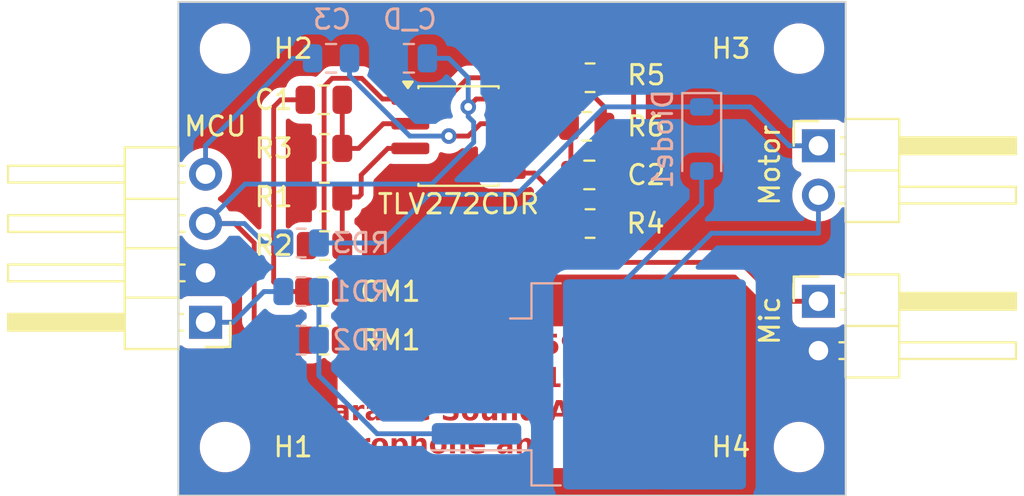
<source format=kicad_pcb>
(kicad_pcb (version 20241229) (generator "pcbnew") (generator_version "9.0")
  (layers (0 "F.Cu" signal) (2 "B.Cu" signal) (13 "F.Paste" user) (15 "B.Paste" user) (5 "F.SilkS" user "F.Silkscreen") (7 "B.SilkS" user "B.Silkscreen") (1 "F.Mask" user) (3 "B.Mask" user) (25 "Edge.Cuts" user))
  (net 0 "")
  (net 1 "Net-(C1-Pad1)")
  (net 2 "GND")
  (net 3 "Net-(C3-Pad1)")
  (net 4 "/Amp_out")
  (net 5 "Net-(Q1-G)")
  (net 6 "Net-(R2-Pad1)")
  (net 7 "/MotorPWMinput")
  (net 8 "Net-(U2A--)")
  (net 9 "Net-(U2B--)")
  (net 10 "Net-(U2A-+)")
  (net 11 "Net-(U2B-+)")
  (net 12 "/Mic_pwr")
  (net 13 "/Motor_pwr")
  (net 14 "/Motor_drain")
  (net 15 "VCC")
  (footprint "Resistor_SMD:R_0805_2012Metric" (layer "F.Cu") (at 129.1125 94.635 180)
    (property "Reference" "R1" (at 2.6125 0 0) (layer "F.SilkS"))
    (property "Value" "2.2k" (hide yes))
    (fp_line (start -0.227064 0.735) (end 0.227064 0.735) (stroke (width 0.12)) (layer "F.SilkS"))
    (fp_line (start -0.227064 -0.735) (end 0.227064 -0.735) (stroke (width 0.12)) (layer "F.SilkS"))
    (pad "1" smd roundrect (at -0.9125 0 180) (size 1.025 1.4) (layers "F.Cu" "F.Mask" "F.Paste") (roundrect_rratio 0.243902) (net 10 "Net-(U2A-+)"))
    (pad "2" smd roundrect (at 0.9125 0 180) (size 1.025 1.4) (layers "F.Cu" "F.Mask" "F.Paste") (roundrect_rratio 0.243902) (net 2 "GND"))
  )
  (footprint "Connector_PinHeader_2.54mm:PinHeader_1x04_P2.54mm_Horizontal" (layer "F.Cu") (at 123 101.08 180)
    (property "Reference" "MCU" (at -0.5 10.08 0) (layer "F.SilkS"))
    (property "Value" "Conn_01x04_Pin" (hide yes))
    (fp_line (start 10.15 8.05) (end 4.15 8.05) (stroke (width 0.12)) (layer "F.SilkS"))
    (fp_line (start 10.15 7.19) (end 10.15 8.05) (stroke (width 0.12)) (layer "F.SilkS"))
    (fp_line (start 10.15 5.51) (end 4.15 5.51) (stroke (width 0.12)) (layer "F.SilkS"))
    (fp_line (start 10.15 4.65) (end 10.15 5.51) (stroke (width 0.12)) (layer "F.SilkS"))
    (fp_line (start 10.15 2.97) (end 4.15 2.97) (stroke (width 0.12)) (layer "F.SilkS"))
    (fp_line (start 10.15 2.11) (end 10.15 2.97) (stroke (width 0.12)) (layer "F.SilkS"))
    (fp_line (start 4.15 7.19) (end 10.15 7.19) (stroke (width 0.12)) (layer "F.SilkS"))
    (fp_line (start 4.15 4.65) (end 10.15 4.65) (stroke (width 0.12)) (layer "F.SilkS"))
    (fp_line (start 4.15 2.11) (end 10.15 2.11) (stroke (width 0.12)) (layer "F.SilkS"))
    (fp_line (start 1.39 6.35) (end 4.15 6.35) (stroke (width 0.12)) (layer "F.SilkS"))
    (fp_line (start 1.39 3.81) (end 4.15 3.81) (stroke (width 0.12)) (layer "F.SilkS"))
    (fp_line (start 1.39 1.27) (end 4.15 1.27) (stroke (width 0.12)) (layer "F.SilkS"))
    (fp_line (start 1.16 0.43) (end 1.39 0.43) (stroke (width 0.12)) (layer "F.SilkS"))
    (fp_line (start 1.16 -0.43) (end 1.39 -0.43) (stroke (width 0.12)) (layer "F.SilkS"))
    (fp_line (start 1.077358 8.05) (end 1.39 8.05) (stroke (width 0.12)) (layer "F.SilkS"))
    (fp_line (start 1.077358 7.19) (end 1.39 7.19) (stroke (width 0.12)) (layer "F.SilkS"))
    (fp_line (start 1.077358 5.51) (end 1.39 5.51) (stroke (width 0.12)) (layer "F.SilkS"))
    (fp_line (start 1.077358 4.65) (end 1.39 4.65) (stroke (width 0.12)) (layer "F.SilkS"))
    (fp_line (start 1.077358 2.97) (end 1.39 2.97) (stroke (width 0.12)) (layer "F.SilkS"))
    (fp_line (start 1.077358 2.11) (end 1.39 2.11) (stroke (width 0.12)) (layer "F.SilkS"))
    (fp_line (start -1.27 0) (end -1.27 -1.27) (stroke (width 0.12)) (layer "F.SilkS"))
    (fp_line (start -1.27 -1.27) (end 0 -1.27) (stroke (width 0.12)) (layer "F.SilkS"))
    (fp_rect (start 4.15 -0.43) (end 10.15 0.43) (stroke (width 0.12)) (fill yes) (layer "F.SilkS"))
    (fp_rect (start 1.39 -1.38) (end 4.15 9) (stroke (width 0.12)) (fill no) (layer "F.SilkS"))
    (pad "1" thru_hole rect (at 0 0 180) (size 1.7 1.7) (drill 1) (layers "*.Cu" "*.Mask") (net 7 "/MotorPWMinput"))
    (pad "2" thru_hole circle (at 0 2.54 180) (size 1.7 1.7) (drill 1) (layers "*.Cu" "*.Mask") (net 2 "GND"))
    (pad "3" thru_hole circle (at 0 5.08 180) (size 1.7 1.7) (drill 1) (layers "*.Cu" "*.Mask") (net 15 "VCC"))
    (pad "4" thru_hole circle (at 0 7.62 180) (size 1.7 1.7) (drill 1) (layers "*.Cu" "*.Mask") (net 4 "/Amp_out"))
  )
  (footprint "MountingHole:MountingHole_2.1mm" (layer "F.Cu") (at 153.5 107.5)
    (property "Reference" "H4" (at -3.5 0 0) (layer "F.SilkS"))
    (property "Value" "MountingHole" (hide yes))
    (pad "" np_thru_hole circle (at 0 0) (size 2.1 2.1) (drill 2.1) (layers "*.Cu" "*.Mask"))
  )
  (footprint "Capacitor_SMD:C_0805_2012Metric" (layer "F.Cu") (at 129.075 89.635)
    (property "Reference" "C1" (at -2.575 0 0) (layer "F.SilkS"))
    (property "Value" "4.7u" (hide yes))
    (fp_line (start -0.261252 -0.735) (end 0.261252 -0.735) (stroke (width 0.12)) (layer "F.SilkS"))
    (fp_line (start -0.261252 0.735) (end 0.261252 0.735) (stroke (width 0.12)) (layer "F.SilkS"))
    (pad "1" smd roundrect (at -0.95 0) (size 1 1.45) (layers "F.Cu" "F.Mask" "F.Paste") (net 1 "Net-(C1-Pad1)"))
    (pad "2" smd roundrect (at 0.95 0) (size 1 1.45) (layers "F.Cu" "F.Mask" "F.Paste") (net 8 "Net-(U2A--)"))
  )
  (footprint "Resistor_SMD:R_0805_2012Metric" (layer "F.Cu") (at 129.0875 102)
    (property "Reference" "RM1" (at 3.4125 0 0) (layer "F.SilkS"))
    (property "Value" "2.2k" (hide yes))
    (fp_line (start -0.227064 -0.735) (end 0.227064 -0.735) (stroke (width 0.12)) (layer "F.SilkS"))
    (fp_line (start -0.227064 0.735) (end 0.227064 0.735) (stroke (width 0.12)) (layer "F.SilkS"))
    (pad "1" smd roundrect (at -0.9125 0) (size 1.025 1.4) (layers "F.Cu" "F.Mask" "F.Paste") (roundrect_rratio 0.243902) (net 15 "VCC"))
    (pad "2" smd roundrect (at 0.9125 0) (size 1.025 1.4) (layers "F.Cu" "F.Mask" "F.Paste") (roundrect_rratio 0.243902) (net 12 "/Mic_pwr"))
  )
  (footprint "MountingHole:MountingHole_2.1mm" (layer "F.Cu") (at 153.5 87)
    (property "Reference" "H3" (at -3.5 0 0) (layer "F.SilkS"))
    (property "Value" "MountingHole" (hide yes))
    (pad "" np_thru_hole circle (at 0 0) (size 2.1 2.1) (drill 2.1) (layers "*.Cu" "*.Mask"))
  )
  (footprint "Resistor_SMD:R_0805_2012Metric" (layer "F.Cu") (at 142.7625 96)
    (property "Reference" "R4" (at 2.85 0 0) (layer "F.SilkS"))
    (property "Value" "390" (hide yes))
    (fp_line (start -0.227064 -0.735) (end 0.227064 -0.735) (stroke (width 0.12)) (layer "F.SilkS"))
    (fp_line (start -0.227064 0.735) (end 0.227064 0.735) (stroke (width 0.12)) (layer "F.SilkS"))
    (pad "1" smd roundrect (at -0.9125 0) (size 1.025 1.4) (layers "F.Cu" "F.Mask" "F.Paste") (roundrect_rratio 0.243902) (net 11 "Net-(U2B-+)"))
    (pad "2" smd roundrect (at 0.9125 0) (size 1.025 1.4) (layers "F.Cu" "F.Mask" "F.Paste") (roundrect_rratio 0.243902) (net 2 "GND"))
  )
  (footprint "Capacitor_SMD:C_0805_2012Metric" (layer "F.Cu") (at 129.05 99.5)
    (property "Reference" "CM1" (at 3.45 0 0) (layer "F.SilkS"))
    (property "Value" "C_Small" (hide yes))
    (fp_line (start -0.261252 -0.735) (end 0.261252 -0.735) (stroke (width 0.12)) (layer "F.SilkS"))
    (fp_line (start -0.261252 0.735) (end 0.261252 0.735) (stroke (width 0.12)) (layer "F.SilkS"))
    (pad "1" smd roundrect (at -0.95 0) (size 1 1.45) (layers "F.Cu" "F.Mask" "F.Paste") (net 1 "Net-(C1-Pad1)"))
    (pad "2" smd roundrect (at 0.95 0) (size 1 1.45) (layers "F.Cu" "F.Mask" "F.Paste") (net 12 "/Mic_pwr"))
  )
  (footprint "Resistor_SMD:R_0805_2012Metric" (layer "F.Cu") (at 142.5875 91)
    (property "Reference" "R6" (at 3.0625 0 0) (layer "F.SilkS"))
    (property "Value" "390" (hide yes))
    (fp_line (start -0.227064 -0.735) (end 0.227064 -0.735) (stroke (width 0.12)) (layer "F.SilkS"))
    (fp_line (start -0.227064 0.735) (end 0.227064 0.735) (stroke (width 0.12)) (layer "F.SilkS"))
    (pad "1" smd roundrect (at -0.9125 0) (size 1.025 1.4) (layers "F.Cu" "F.Mask" "F.Paste") (roundrect_rratio 0.243902) (net 9 "Net-(U2B--)"))
    (pad "2" smd roundrect (at 0.9125 0) (size 1.025 1.4) (layers "F.Cu" "F.Mask" "F.Paste") (roundrect_rratio 0.243902) (net 6 "Net-(R2-Pad1)"))
  )
  (footprint "MountingHole:MountingHole_2.1mm" (layer "F.Cu") (at 124 87)
    (property "Reference" "H2" (at 3.5 0 0) (layer "F.SilkS"))
    (property "Value" "MountingHole" (hide yes))
    (pad "" np_thru_hole circle (at 0 0) (size 2.1 2.1) (drill 2.1) (layers "*.Cu" "*.Mask"))
  )
  (footprint "Package_SO:SOIC-8_3.9x4.9mm_P1.27mm" (layer "F.Cu") (at 136 91.5)
    (property "Reference" "U2" (hide yes))
    (property "Value" "TLV272CDR" (at 0 3.5 0) (layer "F.SilkS"))
    (fp_line (start -2.06 -2.56) (end 2.06 -2.56) (stroke (width 0.12)) (layer "F.SilkS"))
    (fp_line (start -2.06 -2.465) (end -2.06 -2.56) (stroke (width 0.12)) (layer "F.SilkS"))
    (fp_line (start -2.06 2.56) (end -2.06 2.465) (stroke (width 0.12)) (layer "F.SilkS"))
    (fp_line (start 2.06 -2.56) (end 2.06 -2.465) (stroke (width 0.12)) (layer "F.SilkS"))
    (fp_line (start 2.06 2.465) (end 2.06 2.56) (stroke (width 0.12)) (layer "F.SilkS"))
    (fp_line (start 2.06 2.56) (end -2.06 2.56) (stroke (width 0.12)) (layer "F.SilkS"))
    (fp_poly (pts (xy -2.6 -2.47) (xy -2.84 -2.8) (xy -2.36 -2.8)) (stroke (width 0.12)) (fill yes) (layer "F.SilkS"))
    (pad "1" smd roundrect (at -2.475 -1.905) (size 1.95 0.6) (layers "F.Cu" "F.Mask" "F.Paste") (net 6 "Net-(R2-Pad1)"))
    (pad "2" smd roundrect (at -2.475 -0.635) (size 1.95 0.6) (layers "F.Cu" "F.Mask" "F.Paste") (net 8 "Net-(U2A--)"))
    (pad "3" smd roundrect (at -2.475 0.635) (size 1.95 0.6) (layers "F.Cu" "F.Mask" "F.Paste") (net 10 "Net-(U2A-+)"))
    (pad "4" smd roundrect (at -2.475 1.905) (size 1.95 0.6) (layers "F.Cu" "F.Mask" "F.Paste") (net 2 "GND"))
    (pad "5" smd roundrect (at 2.475 1.905) (size 1.95 0.6) (layers "F.Cu" "F.Mask" "F.Paste") (net 11 "Net-(U2B-+)"))
    (pad "6" smd roundrect (at 2.475 0.635) (size 1.95 0.6) (layers "F.Cu" "F.Mask" "F.Paste") (net 9 "Net-(U2B--)"))
    (pad "7" smd roundrect (at 2.475 -0.635) (size 1.95 0.6) (layers "F.Cu" "F.Mask" "F.Paste") (net 3 "Net-(C3-Pad1)"))
    (pad "8" smd roundrect (at 2.475 -1.905) (size 1.95 0.6) (layers "F.Cu" "F.Mask" "F.Paste") (net 15 "VCC"))
  )
  (footprint "Resistor_SMD:R_0805_2012Metric" (layer "F.Cu") (at 129.1125 97.135)
    (property "Reference" "R2" (at -2.6125 0 0) (layer "F.SilkS"))
    (property "Value" "3.3k" (hide yes))
    (fp_line (start -0.227064 -0.735) (end 0.227064 -0.735) (stroke (width 0.12)) (layer "F.SilkS"))
    (fp_line (start -0.227064 0.735) (end 0.227064 0.735) (stroke (width 0.12)) (layer "F.SilkS"))
    (pad "1" smd roundrect (at -0.9125 0) (size 1.025 1.4) (layers "F.Cu" "F.Mask" "F.Paste") (roundrect_rratio 0.243902) (net 6 "Net-(R2-Pad1)"))
    (pad "2" smd roundrect (at 0.9125 0) (size 1.025 1.4) (layers "F.Cu" "F.Mask" "F.Paste") (roundrect_rratio 0.243902) (net 10 "Net-(U2A-+)"))
  )
  (footprint "Resistor_SMD:R_0805_2012Metric" (layer "F.Cu") (at 142.7625 88.5)
    (property "Reference" "R5" (at 2.8875 -0.135 0) (layer "F.SilkS"))
    (property "Value" "4.7k" (hide yes))
    (fp_line (start -0.227064 -0.735) (end 0.227064 -0.735) (stroke (width 0.12)) (layer "F.SilkS"))
    (fp_line (start -0.227064 0.735) (end 0.227064 0.735) (stroke (width 0.12)) (layer "F.SilkS"))
    (pad "1" smd roundrect (at -0.9125 0) (size 1.025 1.4) (layers "F.Cu" "F.Mask" "F.Paste") (roundrect_rratio 0.243902) (net 3 "Net-(C3-Pad1)"))
    (pad "2" smd roundrect (at 0.9125 0) (size 1.025 1.4) (layers "F.Cu" "F.Mask" "F.Paste") (roundrect_rratio 0.243902) (net 11 "Net-(U2B-+)"))
  )
  (footprint "MountingHole:MountingHole_2.1mm" (layer "F.Cu") (at 124 107.5)
    (property "Reference" "H1" (at 3.5 0 0) (layer "F.SilkS"))
    (property "Value" "MountingHole" (hide yes))
    (pad "" np_thru_hole circle (at 0 0) (size 2.1 2.1) (drill 2.1) (layers "*.Cu" "*.Mask"))
  )
  (footprint "Connector_PinHeader_2.54mm:PinHeader_1x02_P2.54mm_Horizontal" (layer "F.Cu") (at 154.5 100)
    (property "Reference" "Mic" (at -2.5 1 270) (layer "F.SilkS"))
    (property "Value" "Conn_01x02_Pin" (hide yes))
    (fp_line (start -1.27 -1.27) (end 0 -1.27) (stroke (width 0.12)) (layer "F.SilkS"))
    (fp_line (start -1.27 0) (end -1.27 -1.27) (stroke (width 0.12)) (layer "F.SilkS"))
    (fp_line (start 1.077358 2.11) (end 1.39 2.11) (stroke (width 0.12)) (layer "F.SilkS"))
    (fp_line (start 1.077358 2.97) (end 1.39 2.97) (stroke (width 0.12)) (layer "F.SilkS"))
    (fp_line (start 1.16 -0.43) (end 1.39 -0.43) (stroke (width 0.12)) (layer "F.SilkS"))
    (fp_line (start 1.16 0.43) (end 1.39 0.43) (stroke (width 0.12)) (layer "F.SilkS"))
    (fp_line (start 1.39 1.27) (end 4.15 1.27) (stroke (width 0.12)) (layer "F.SilkS"))
    (fp_line (start 4.15 2.11) (end 10.15 2.11) (stroke (width 0.12)) (layer "F.SilkS"))
    (fp_line (start 10.15 2.11) (end 10.15 2.97) (stroke (width 0.12)) (layer "F.SilkS"))
    (fp_line (start 10.15 2.97) (end 4.15 2.97) (stroke (width 0.12)) (layer "F.SilkS"))
    (fp_rect (start 1.39 -1.38) (end 4.15 3.92) (stroke (width 0.12)) (fill no) (layer "F.SilkS"))
    (fp_rect (start 4.15 -0.43) (end 10.15 0.43) (stroke (width 0.12)) (fill yes) (layer "F.SilkS"))
    (pad "1" thru_hole rect (at 0 0) (size 1.7 1.7) (drill 1) (layers "*.Cu" "*.Mask") (net 12 "/Mic_pwr"))
    (pad "2" thru_hole circle (at 0 2.54) (size 1.7 1.7) (drill 1) (layers "*.Cu" "*.Mask") (net 2 "GND"))
  )
  (footprint "Resistor_SMD:R_0805_2012Metric" (layer "F.Cu") (at 129.1125 92.135 180)
    (property "Reference" "R3" (at 2.6125 0 0) (layer "F.SilkS"))
    (property "Value" "330" (hide yes))
    (fp_line (start -0.227064 0.735) (end 0.227064 0.735) (stroke (width 0.12)) (layer "F.SilkS"))
    (fp_line (start -0.227064 -0.735) (end 0.227064 -0.735) (stroke (width 0.12)) (layer "F.SilkS"))
    (pad "1" smd roundrect (at -0.9125 0 180) (size 1.025 1.4) (layers "F.Cu" "F.Mask" "F.Paste") (roundrect_rratio 0.243902) (net 8 "Net-(U2A--)"))
    (pad "2" smd roundrect (at 0.9125 0 180) (size 1.025 1.4) (layers "F.Cu" "F.Mask" "F.Paste") (roundrect_rratio 0.243902) (net 2 "GND"))
  )
  (footprint "Connector_PinHeader_2.54mm:PinHeader_1x02_P2.54mm_Horizontal" (layer "F.Cu") (at 154.5 92)
    (property "Reference" "Motor" (at -2.5 1 90) (layer "F.SilkS"))
    (property "Value" "Conn_01x02_Pin" (hide yes))
    (fp_line (start -1.27 -1.27) (end 0 -1.27) (stroke (width 0.12)) (layer "F.SilkS"))
    (fp_line (start -1.27 0) (end -1.27 -1.27) (stroke (width 0.12)) (layer "F.SilkS"))
    (fp_line (start 1.077358 2.11) (end 1.39 2.11) (stroke (width 0.12)) (layer "F.SilkS"))
    (fp_line (start 1.077358 2.97) (end 1.39 2.97) (stroke (width 0.12)) (layer "F.SilkS"))
    (fp_line (start 1.16 -0.43) (end 1.39 -0.43) (stroke (width 0.12)) (layer "F.SilkS"))
    (fp_line (start 1.16 0.43) (end 1.39 0.43) (stroke (width 0.12)) (layer "F.SilkS"))
    (fp_line (start 1.39 1.27) (end 4.15 1.27) (stroke (width 0.12)) (layer "F.SilkS"))
    (fp_line (start 4.15 2.11) (end 10.15 2.11) (stroke (width 0.12)) (layer "F.SilkS"))
    (fp_line (start 10.15 2.11) (end 10.15 2.97) (stroke (width 0.12)) (layer "F.SilkS"))
    (fp_line (start 10.15 2.97) (end 4.15 2.97) (stroke (width 0.12)) (layer "F.SilkS"))
    (fp_rect (start 1.39 -1.38) (end 4.15 3.92) (stroke (width 0.12)) (fill no) (layer "F.SilkS"))
    (fp_rect (start 4.15 -0.43) (end 10.15 0.43) (stroke (width 0.12)) (fill yes) (layer "F.SilkS"))
    (pad "1" thru_hole rect (at 0 0) (size 1.7 1.7) (drill 1) (layers "*.Cu" "*.Mask") (net 13 "/Motor_pwr"))
    (pad "2" thru_hole circle (at 0 2.54) (size 1.7 1.7) (drill 1) (layers "*.Cu" "*.Mask") (net 14 "/Motor_drain"))
  )
  (footprint "Capacitor_SMD:C_0805_2012Metric" (layer "F.Cu") (at 142.725 93.5 180)
    (property "Reference" "C2" (at -2.925 0 0) (layer "F.SilkS"))
    (property "Value" "0.1u" (hide yes))
    (fp_line (start -0.261252 0.735) (end 0.261252 0.735) (stroke (width 0.12)) (layer "F.SilkS"))
    (fp_line (start -0.261252 -0.735) (end 0.261252 -0.735) (stroke (width 0.12)) (layer "F.SilkS"))
    (pad "1" smd roundrect (at -0.95 0 180) (size 1 1.45) (layers "F.Cu" "F.Mask" "F.Paste") (net 2 "GND"))
    (pad "2" smd roundrect (at 0.95 0 180) (size 1 1.45) (layers "F.Cu" "F.Mask" "F.Paste") (net 9 "Net-(U2B--)"))
  )
  (footprint "Resistor_SMD:R_0805_2012Metric" (layer "B.Cu") (at 127.9125 102 180)
    (property "Reference" "RD2" (at -3.0875 0 0) (layer "B.SilkS") (effects (justify mirror)))
    (property "Value" "10k" (hide yes))
    (fp_line (start -0.227064 0.735) (end 0.227064 0.735) (stroke (width 0.12)) (layer "B.SilkS"))
    (fp_line (start -0.227064 -0.735) (end 0.227064 -0.735) (stroke (width 0.12)) (layer "B.SilkS"))
    (pad "1" smd roundrect (at -0.9125 0 180) (size 1.025 1.4) (layers "B.Cu" "B.Mask" "B.Paste") (roundrect_rratio 0.243902) (net 5 "Net-(Q1-G)"))
    (pad "2" smd roundrect (at 0.9125 0 180) (size 1.025 1.4) (layers "B.Cu" "B.Mask" "B.Paste") (roundrect_rratio 0.243902) (net 2 "GND"))
  )
  (footprint "Diode_SMD:D_SOD-123" (layer "B.Cu") (at 148.5 91.65 -90)
    (property "Reference" "Diode1" (at 0 2 90) (layer "B.SilkS") (effects (justify mirror)))
    (property "Value" "1N5819")
    (fp_line (start -2.36 1) (end 1.65 1) (stroke (width 0.12)) (layer "B.SilkS"))
    (fp_line (start -2.36 1) (end -2.36 -1) (stroke (width 0.12)) (layer "B.SilkS"))
    (fp_line (start -2.36 -1) (end 1.65 -1) (stroke (width 0.12)) (layer "B.SilkS"))
    (pad "1" smd roundrect (at -1.65 0 270) (size 0.9 1.2) (layers "B.Cu" "B.Mask" "B.Paste") (net 13 "/Motor_pwr"))
    (pad "2" smd roundrect (at 1.65 0 270) (size 0.9 1.2) (layers "B.Cu" "B.Mask" "B.Paste") (net 14 "/Motor_drain"))
  )
  (footprint "Capacitor_SMD:C_0805_2012Metric" (layer "B.Cu") (at 133.45 87.5)
    (property "Reference" "C_D" (at 0.05 -2 0) (layer "B.SilkS") (effects (justify mirror)))
    (property "Value" "C_Small" (hide yes))
    (fp_line (start -0.261252 -0.735) (end 0.261252 -0.735) (stroke (width 0.12)) (layer "B.SilkS"))
    (fp_line (start -0.261252 0.735) (end 0.261252 0.735) (stroke (width 0.12)) (layer "B.SilkS"))
    (pad "1" smd roundrect (at -0.95 0) (size 1 1.45) (layers "B.Cu" "B.Mask" "B.Paste") (net 2 "GND"))
    (pad "2" smd roundrect (at 0.95 0) (size 1 1.45) (layers "B.Cu" "B.Mask" "B.Paste") (net 15 "VCC"))
  )
  (footprint "Package_TO_SOT_SMD:TO-263-2" (layer "B.Cu") (at 144.575 104.275)
    (property "Reference" "Q1" (hide yes))
    (property "Value" "IRLZ34N")
    (fp_line (start -4.825 -5.2) (end -4.825 -3.39) (stroke (width 0.12)) (layer "B.SilkS"))
    (fp_line (start -4.825 -3.39) (end -5.925 -3.39) (stroke (width 0.12)) (layer "B.SilkS"))
    (fp_line (start -4.825 3.39) (end -9.95 3.39) (stroke (width 0.12)) (layer "B.SilkS"))
    (fp_line (start -4.825 5.2) (end -4.825 3.39) (stroke (width 0.12)) (layer "B.SilkS"))
    (fp_line (start -3.325 -5.2) (end -4.825 -5.2) (stroke (width 0.12)) (layer "B.SilkS"))
    (fp_line (start -3.325 5.2) (end -4.825 5.2) (stroke (width 0.12)) (layer "B.SilkS"))
    (pad "1" smd roundrect (at -7.65 2.54) (size 4.6 1.1) (layers "B.Cu" "B.Mask" "B.Paste") (roundrect_rratio 0.227273) (net 5 "Net-(Q1-G)"))
    (pad "2" smd roundrect (at -0.925 -2.775) (size 4.55 5.25) (layers "B.Cu" "B.Paste") (roundrect_rratio 0.054945) (net 14 "/Motor_drain"))
    (pad "2" smd roundrect (at -0.925 2.775) (size 4.55 5.25) (layers "B.Cu" "B.Paste") (roundrect_rratio 0.054945) (net 14 "/Motor_drain"))
    (pad "2" smd roundrect (at 1.5 0) (size 9.4 10.8) (layers "B.Cu" "B.Mask") (roundrect_rratio 0.026596) (net 14 "/Motor_drain"))
    (pad "2" smd roundrect (at 3.925 -2.775) (size 4.55 5.25) (layers "B.Cu" "B.Paste") (roundrect_rratio 0.054945) (net 14 "/Motor_drain"))
    (pad "2" smd roundrect (at 3.925 2.775) (size 4.55 5.25) (layers "B.Cu" "B.Paste") (roundrect_rratio 0.054945) (net 14 "/Motor_drain"))
    (pad "3" smd roundrect (at -7.65 -2.54) (size 4.6 1.1) (layers "B.Cu" "B.Mask" "B.Paste") (roundrect_rratio 0.227273) (net 2 "GND"))
  )
  (footprint "Capacitor_SMD:C_0805_2012Metric" (layer "B.Cu") (at 129.45 87.5 180)
    (property "Reference" "C3" (at -0.05 2 0) (layer "B.SilkS") (effects (justify mirror)))
    (property "Value" "0.01u" (hide yes))
    (fp_line (start -0.261252 0.735) (end 0.261252 0.735) (stroke (width 0.12)) (layer "B.SilkS"))
    (fp_line (start -0.261252 -0.735) (end 0.261252 -0.735) (stroke (width 0.12)) (layer "B.SilkS"))
    (pad "1" smd roundrect (at -0.95 0 180) (size 1 1.45) (layers "B.Cu" "B.Mask" "B.Paste") (net 3 "Net-(C3-Pad1)"))
    (pad "2" smd roundrect (at 0.95 0 180) (size 1 1.45) (layers "B.Cu" "B.Mask" "B.Paste") (net 4 "/Amp_out"))
  )
  (footprint "Resistor_SMD:R_0805_2012Metric" (layer "B.Cu") (at 127.9125 97 180)
    (property "Reference" "RD3" (at -3.0875 0 0) (layer "B.SilkS") (effects (justify mirror)))
    (property "Value" "10" (hide yes))
    (fp_line (start -0.227064 0.735) (end 0.227064 0.735) (stroke (width 0.12)) (layer "B.SilkS"))
    (fp_line (start -0.227064 -0.735) (end 0.227064 -0.735) (stroke (width 0.12)) (layer "B.SilkS"))
    (pad "1" smd roundrect (at -0.9125 0 180) (size 1.025 1.4) (layers "B.Cu" "B.Mask" "B.Paste") (roundrect_rratio 0.243902) (net 13 "/Motor_pwr"))
    (pad "2" smd roundrect (at 0.9125 0 180) (size 1.025 1.4) (layers "B.Cu" "B.Mask" "B.Paste") (roundrect_rratio 0.243902) (net 15 "VCC"))
  )
  (footprint "Resistor_SMD:R_0805_2012Metric" (layer "B.Cu") (at 127.9125 99.5)
    (property "Reference" "RD1" (at 3.0875 0 0) (layer "B.SilkS") (effects (justify mirror)))
    (property "Value" "1k")
    (fp_line (start -0.227064 -0.735) (end 0.227064 -0.735) (stroke (width 0.12)) (layer "B.SilkS"))
    (fp_line (start -0.227064 0.735) (end 0.227064 0.735) (stroke (width 0.12)) (layer "B.SilkS"))
    (pad "1" smd roundrect (at -0.9125 0) (size 1.025 1.4) (layers "B.Cu" "B.Mask" "B.Paste") (roundrect_rratio 0.243902) (net 7 "/MotorPWMinput"))
    (pad "2" smd roundrect (at 0.9125 0) (size 1.025 1.4) (layers "B.Cu" "B.Mask" "B.Paste") (roundrect_rratio 0.243902) (net 5 "Net-(Q1-G)"))
  )
  (gr_rect (start 121.6 84.6) (end 155.9 110) (stroke (width 0.1)) (fill no) (layer "Edge.Cuts"))
  (gr_text "ECE 49595\nTeam 17\nWearable Sound Alert System\nMicrophone and Motor Unit\n" (at 139 108 0) (layer "F.Cu") (effects (font (size 1.016 1.016) (thickness 0.127) (bold yes)) (justify bottom)))
  (segment (start 126.865 89.635) (end 126.5 90) (width 0.25) (layer "F.Cu") (net 1))
  (segment (start 128.125 89.635) (end 126.865 89.635) (width 0.25) (layer "F.Cu") (net 1))
  (segment (start 126.5 90) (end 126.5 99) (width 0.25) (layer "F.Cu") (net 1))
  (segment (start 126.5 99) (end 127 99.5) (width 0.25) (layer "F.Cu") (net 1))
  (segment (start 127 99.5) (end 128.1 99.5) (width 0.25) (layer "F.Cu") (net 1))
  (segment (start 137.135 90.865) (end 138.475 90.865) (width 0.25) (layer "F.Cu") (net 3))
  (segment (start 136.5 91.5) (end 137.135 90.865) (width 0.25) (layer "F.Cu") (net 3))
  (segment (start 140.5 89) (end 140.5 90) (width 0.25) (layer "F.Cu") (net 3))
  (segment (start 140.5 90) (end 139.635 90.865) (width 0.25) (layer "F.Cu") (net 3))
  (segment (start 141 88.5) (end 140.5 89) (width 0.25) (layer "F.Cu") (net 3))
  (segment (start 139.635 90.865) (end 138.475 90.865) (width 0.25) (layer "F.Cu") (net 3))
  (segment (start 135.5 91.5) (end 136.5 91.5) (width 0.25) (layer "F.Cu") (net 3))
  (segment (start 141.85 88.5) (end 141 88.5) (width 0.25) (layer "F.Cu") (net 3))
  (via (at 135.5 91.5) (size 0.8) (drill 0.4) (layers "F.Cu" "B.Cu") (net 3))
  (segment (start 133.5 91.5) (end 130.4 88.4) (width 0.25) (layer "B.Cu") (net 3))
  (segment (start 130.4 88.4) (end 130.4 87.5) (width 0.25) (layer "B.Cu") (net 3))
  (segment (start 135.5 91.5) (end 133.5 91.5) (width 0.25) (layer "B.Cu") (net 3))
  (segment (start 127.5 87.5) (end 123 92) (width 0.25) (layer "B.Cu") (net 4))
  (segment (start 128.5 87.5) (end 127.5 87.5) (width 0.25) (layer "B.Cu") (net 4))
  (segment (start 123 92) (end 123 93.46) (width 0.25) (layer "B.Cu") (net 4))
  (segment (start 131.815 106.815) (end 134.925 106.815) (width 0.25) (layer "B.Cu") (net 5))
  (segment (start 128.825 99.5) (end 128.825 102) (width 0.25) (layer "B.Cu") (net 5))
  (segment (start 128.825 103.825) (end 131.815 106.815) (width 0.25) (layer "B.Cu") (net 5))
  (segment (start 128.825 102) (end 128.825 103.825) (width 0.25) (layer "B.Cu") (net 5))
  (segment (start 129.0925 88.944618) (end 129.0925 96.9075) (width 0.25) (layer "F.Cu") (net 6))
  (segment (start 142.7425 89.2425) (end 142.7425 87.7425) (width 0.25) (layer "F.Cu") (net 6))
  (segment (start 133.525 89.595) (end 132.095 89.595) (width 0.25) (layer "F.Cu") (net 6))
  (segment (start 142.42 87.42) (end 141.08 87.42) (width 0.25) (layer "F.Cu") (net 6))
  (segment (start 131.03 88.53) (end 129.507118 88.53) (width 0.25) (layer "F.Cu") (net 6))
  (segment (start 132.095 89.595) (end 131.03 88.53) (width 0.25) (layer "F.Cu") (net 6))
  (segment (start 143.5 91) (end 143.5 90) (width 0.25) (layer "F.Cu") (net 6))
  (segment (start 128.865 97.135) (end 128.2 97.135) (width 0.25) (layer "F.Cu") (net 6))
  (segment (start 129.507118 88.53) (end 129.0925 88.944618) (width 0.25) (layer "F.Cu") (net 6))
  (segment (start 136.5 88.5) (end 135.405 89.595) (width 0.25) (layer "F.Cu") (net 6))
  (segment (start 143.5 90) (end 142.7425 89.2425) (width 0.25) (layer "F.Cu") (net 6))
  (segment (start 142.7425 87.7425) (end 142.42 87.42) (width 0.25) (layer "F.Cu") (net 6))
  (segment (start 129.0925 96.9075) (end 128.865 97.135) (width 0.25) (layer "F.Cu") (net 6))
  (segment (start 140 88.5) (end 136.5 88.5) (width 0.25) (layer "F.Cu") (net 6))
  (segment (start 135.405 89.595) (end 133.525 89.595) (width 0.25) (layer "F.Cu") (net 6))
  (segment (start 141.08 87.42) (end 140 88.5) (width 0.25) (layer "F.Cu") (net 6))
  (segment (start 124.42 101.08) (end 123 101.08) (width 0.25) (layer "B.Cu") (net 7))
  (segment (start 127 99.5) (end 126 99.5) (width 0.25) (layer "B.Cu") (net 7))
  (segment (start 126 99.5) (end 124.42 101.08) (width 0.25) (layer "B.Cu") (net 7))
  (segment (start 130.865 92.135) (end 132.135 90.865) (width 0.25) (layer "F.Cu") (net 8))
  (segment (start 132.135 90.865) (end 133.525 90.865) (width 0.25) (layer "F.Cu") (net 8))
  (segment (start 130.025 92.135) (end 130.865 92.135) (width 0.25) (layer "F.Cu") (net 8))
  (segment (start 130.025 89.635) (end 130.025 92.135) (width 0.25) (layer "F.Cu") (net 8))
  (segment (start 139.865 92.135) (end 138.475 92.135) (width 0.25) (layer "F.Cu") (net 9))
  (segment (start 141.775 91.1) (end 141.675 91) (width 0.25) (layer "F.Cu") (net 9))
  (segment (start 141.775 93.5) (end 141.775 91.1) (width 0.25) (layer "F.Cu") (net 9))
  (segment (start 141 91) (end 139.865 92.135) (width 0.25) (layer "F.Cu") (net 9))
  (segment (start 141.675 91) (end 141 91) (width 0.25) (layer "F.Cu") (net 9))
  (segment (start 132.365 92.135) (end 133.525 92.135) (width 0.25) (layer "F.Cu") (net 10))
  (segment (start 131 93.5) (end 132.365 92.135) (width 0.25) (layer "F.Cu") (net 10))
  (segment (start 131 94.5) (end 131 93.5) (width 0.25) (layer "F.Cu") (net 10))
  (segment (start 130.025 94.635) (end 130.865 94.635) (width 0.25) (layer "F.Cu") (net 10))
  (segment (start 130.025 97.135) (end 130.025 94.635) (width 0.25) (layer "F.Cu") (net 10))
  (segment (start 130.865 94.635) (end 131 94.5) (width 0.25) (layer "F.Cu") (net 10))
  (segment (start 141.85 96) (end 141 96) (width 0.25) (layer "F.Cu") (net 11))
  (segment (start 145 89) (end 145 94) (width 0.25) (layer "F.Cu") (net 11))
  (segment (start 142.7825 95.7175) (end 142.7825 95.2175) (width 0.25) (layer "F.Cu") (net 11))
  (segment (start 142.5 96) (end 142.7825 95.7175) (width 0.25) (layer "F.Cu") (net 11))
  (segment (start 144.395 94.605) (end 143.395 94.605) (width 0.25) (layer "F.Cu") (net 11))
  (segment (start 144.5 88.5) (end 145 89) (width 0.25) (layer "F.Cu") (net 11))
  (segment (start 141.85 96) (end 142.5 96) (width 0.25) (layer "F.Cu") (net 11))
  (segment (start 140.5 95.5) (end 140.5 94) (width 0.25) (layer "F.Cu") (net 11))
  (segment (start 141 96) (end 140.5 95.5) (width 0.25) (layer "F.Cu") (net 11))
  (segment (start 143.675 88.5) (end 144.5 88.5) (width 0.25) (layer "F.Cu") (net 11))
  (segment (start 145 94) (end 144.395 94.605) (width 0.25) (layer "F.Cu") (net 11))
  (segment (start 143.395 94.605) (end 142.7825 95.2175) (width 0.25) (layer "F.Cu") (net 11))
  (segment (start 139.905 93.405) (end 138.475 93.405) (width 0.25) (layer "F.Cu") (net 11))
  (segment (start 140.5 94) (end 139.905 93.405) (width 0.25) (layer "F.Cu") (net 11))
  (segment (start 154.5 100) (end 152.5 100) (width 0.25) (layer "F.Cu") (net 12))
  (segment (start 150.5 98) (end 134 98) (width 0.25) (layer "F.Cu") (net 12))
  (segment (start 130 102) (end 130 102.5) (width 0.25) (layer "F.Cu") (net 12))
  (segment (start 130 99.5) (end 130 101) (width 0.25) (layer "F.Cu") (net 12))
  (segment (start 134 98) (end 132.5 99.5) (width 0.25) (layer "F.Cu") (net 12))
  (segment (start 132.5 99.5) (end 130 99.5) (width 0.25) (layer "F.Cu") (net 12))
  (segment (start 152.5 100) (end 150.5 98) (width 0.25) (layer "F.Cu") (net 12))
  (segment (start 129.903715 101.096285) (end 129.903715 102) (width 0.25) (layer "F.Cu") (net 12))
  (segment (start 130 101) (end 129.903715 101.096285) (width 0.25) (layer "F.Cu") (net 12))
  (segment (start 128.825 97) (end 132 97) (width 0.25) (layer "B.Cu") (net 13))
  (segment (start 143.5 90) (end 148.5 90) (width 0.25) (layer "B.Cu") (net 13))
  (segment (start 153 92) (end 151 90) (width 0.25) (layer "B.Cu") (net 13))
  (segment (start 139 94.5) (end 143.5 90) (width 0.25) (layer "B.Cu") (net 13))
  (segment (start 132 97) (end 134.5 94.5) (width 0.25) (layer "B.Cu") (net 13))
  (segment (start 134.5 94.5) (end 139 94.5) (width 0.25) (layer "B.Cu") (net 13))
  (segment (start 151 90) (end 148.5 90) (width 0.25) (layer "B.Cu") (net 13))
  (segment (start 154.5 92) (end 153 92) (width 0.25) (layer "B.Cu") (net 13))
  (segment (start 144.075 99.425) (end 144.075 104.275) (width 0.25) (layer "B.Cu") (net 14))
  (segment (start 146.5 99) (end 146.5 101.5) (width 0.25) (layer "B.Cu") (net 14))
  (segment (start 148.5 95) (end 144.075 99.425) (width 0.25) (layer "B.Cu") (net 14))
  (segment (start 154.5 96.5) (end 149 96.5) (width 0.25) (layer "B.Cu") (net 14))
  (segment (start 149 96.5) (end 146.5 99) (width 0.25) (layer "B.Cu") (net 14))
  (segment (start 154.5 94.54) (end 154.5 96.5) (width 0.25) (layer "B.Cu") (net 14))
  (segment (start 148.5 93.3) (end 148.5 95) (width 0.25) (layer "B.Cu") (net 14))
  (segment (start 125.5 101) (end 126.5 102) (width 0.25) (layer "F.Cu") (net 15))
  (segment (start 123 96) (end 124.5 96) (width 0.25) (layer "F.Cu") (net 15))
  (segment (start 124.5 96) (end 125.5 97) (width 0.25) (layer "F.Cu") (net 15))
  (segment (start 126.5 102) (end 128.175 102) (width 0.25) (layer "F.Cu") (net 15))
  (segment (start 138.475 89.595) (end 136.905 89.595) (width 0.25) (layer "F.Cu") (net 15))
  (segment (start 125.5 97) (end 125.5 101) (width 0.25) (layer "F.Cu") (net 15))
  (segment (start 136.905 89.595) (end 136.5 90) (width 0.25) (layer "F.Cu") (net 15))
  (via (at 136.5 90) (size 0.8) (drill 0.4) (layers "F.Cu" "B.Cu") (net 15))
  (segment (start 125 96) (end 123 96) (width 0.25) (layer "B.Cu") (net 15))
  (segment (start 127 97) (end 126 97) (width 0.25) (layer "B.Cu") (net 15))
  (segment (start 134.633604 93.969483) (end 125.030517 93.969483) (width 0.25) (layer "B.Cu") (net 15))
  (segment (start 135.5 87.5) (end 134.4 87.5) (width 0.25) (layer "B.Cu") (net 15))
  (segment (start 136.5 90) (end 136.5 88.5) (width 0.25) (layer "B.Cu") (net 15))
  (segment (start 136.78 90.78) (end 136.78 91.823087) (width 0.25) (layer "B.Cu") (net 15))
  (segment (start 136.78 91.823087) (end 134.633604 93.969483) (width 0.25) (layer "B.Cu") (net 15))
  (segment (start 136.5 90.5) (end 136.78 90.78) (width 0.25) (layer "B.Cu") (net 15))
  (segment (start 136.5 90) (end 136.5 90.5) (width 0.25) (layer "B.Cu") (net 15))
  (segment (start 136.5 88.5) (end 135.5 87.5) (width 0.25) (layer "B.Cu") (net 15))
  (segment (start 125.030517 93.969483) (end 123 96) (width 0.25) (layer "B.Cu") (net 15))
  (segment (start 126 97) (end 125 96) (width 0.25) (layer "B.Cu") (net 15))
  (zone (net 2) (net_name "GND") (layers "F.Cu" "B.Cu") (connect_pads yes (clearance 0.5)) (min_thickness 0.25) (fill yes (thermal_gap 0.5) (thermal_bridge_width 0.5))
    (polygon (pts (xy 121.5 84.5) (xy 156 84.5) (xy 156 110) (xy 121.5 110)))
  )
)
</source>
